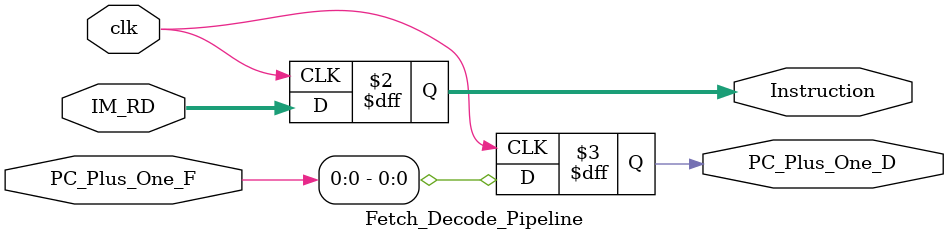
<source format=v>
`timescale 1ns / 1ps
module Fetch_Decode_Pipeline( input clk,
										input [31:0] IM_RD,
										input [31:0] PC_Plus_One_F,
										output reg [31:0] Instruction,
										output reg PC_Plus_One_D
										);
										
	always @(posedge clk) begin
		Instruction <= IM_RD;
		PC_Plus_One_D <= PC_Plus_One_F;
	end 
	
endmodule

</source>
